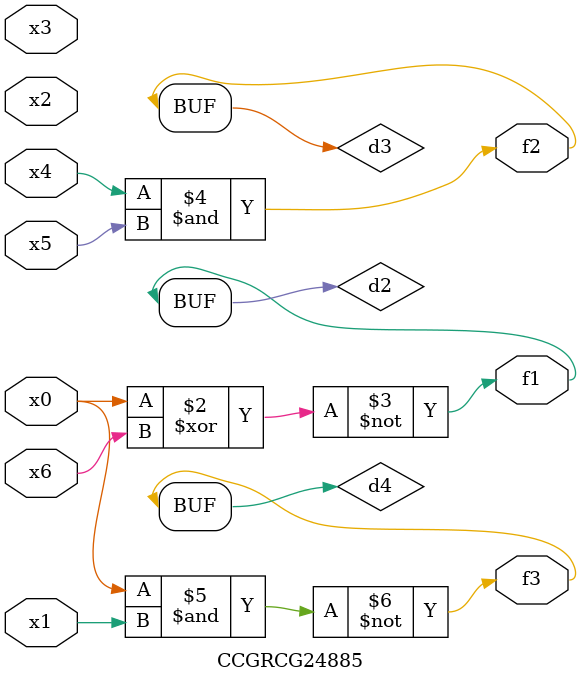
<source format=v>
module CCGRCG24885(
	input x0, x1, x2, x3, x4, x5, x6,
	output f1, f2, f3
);

	wire d1, d2, d3, d4;

	nor (d1, x0);
	xnor (d2, x0, x6);
	and (d3, x4, x5);
	nand (d4, x0, x1);
	assign f1 = d2;
	assign f2 = d3;
	assign f3 = d4;
endmodule

</source>
